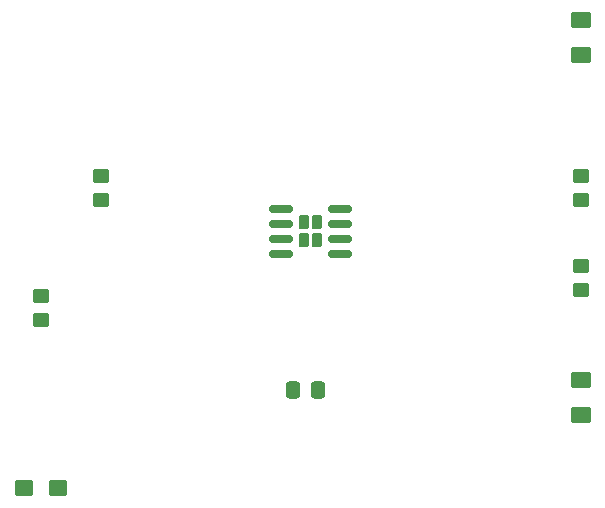
<source format=gbr>
%TF.GenerationSoftware,KiCad,Pcbnew,(6.0.10-0)*%
%TF.CreationDate,2023-02-17T12:21:21-08:00*%
%TF.ProjectId,Exercise 2,45786572-6369-4736-9520-322e6b696361,rev?*%
%TF.SameCoordinates,Original*%
%TF.FileFunction,Paste,Top*%
%TF.FilePolarity,Positive*%
%FSLAX46Y46*%
G04 Gerber Fmt 4.6, Leading zero omitted, Abs format (unit mm)*
G04 Created by KiCad (PCBNEW (6.0.10-0)) date 2023-02-17 12:21:21*
%MOMM*%
%LPD*%
G01*
G04 APERTURE LIST*
G04 Aperture macros list*
%AMRoundRect*
0 Rectangle with rounded corners*
0 $1 Rounding radius*
0 $2 $3 $4 $5 $6 $7 $8 $9 X,Y pos of 4 corners*
0 Add a 4 corners polygon primitive as box body*
4,1,4,$2,$3,$4,$5,$6,$7,$8,$9,$2,$3,0*
0 Add four circle primitives for the rounded corners*
1,1,$1+$1,$2,$3*
1,1,$1+$1,$4,$5*
1,1,$1+$1,$6,$7*
1,1,$1+$1,$8,$9*
0 Add four rect primitives between the rounded corners*
20,1,$1+$1,$2,$3,$4,$5,0*
20,1,$1+$1,$4,$5,$6,$7,0*
20,1,$1+$1,$6,$7,$8,$9,0*
20,1,$1+$1,$8,$9,$2,$3,0*%
G04 Aperture macros list end*
%ADD10RoundRect,0.250001X0.624999X-0.462499X0.624999X0.462499X-0.624999X0.462499X-0.624999X-0.462499X0*%
%ADD11RoundRect,0.230000X-0.230000X-0.375000X0.230000X-0.375000X0.230000X0.375000X-0.230000X0.375000X0*%
%ADD12RoundRect,0.150000X-0.825000X-0.150000X0.825000X-0.150000X0.825000X0.150000X-0.825000X0.150000X0*%
%ADD13RoundRect,0.250000X0.450000X-0.350000X0.450000X0.350000X-0.450000X0.350000X-0.450000X-0.350000X0*%
%ADD14RoundRect,0.250000X-0.450000X0.350000X-0.450000X-0.350000X0.450000X-0.350000X0.450000X0.350000X0*%
%ADD15RoundRect,0.250000X-0.337500X-0.475000X0.337500X-0.475000X0.337500X0.475000X-0.337500X0.475000X0*%
%ADD16RoundRect,0.250000X-0.537500X-0.425000X0.537500X-0.425000X0.537500X0.425000X-0.537500X0.425000X0*%
G04 APERTURE END LIST*
D10*
%TO.C,D2*%
X160020000Y-105627500D03*
X160020000Y-102652500D03*
%TD*%
D11*
%TO.C,U1*%
X137730000Y-89260000D03*
X137730000Y-90760000D03*
X136590000Y-89260000D03*
X136590000Y-90760000D03*
D12*
X134685000Y-88105000D03*
X134685000Y-89375000D03*
X134685000Y-90645000D03*
X134685000Y-91915000D03*
X139635000Y-91915000D03*
X139635000Y-90645000D03*
X139635000Y-89375000D03*
X139635000Y-88105000D03*
%TD*%
D13*
%TO.C,R1*%
X119380000Y-87360000D03*
X119380000Y-85360000D03*
%TD*%
D14*
%TO.C,R2*%
X114300000Y-95520000D03*
X114300000Y-97520000D03*
%TD*%
D15*
%TO.C,C2*%
X135662500Y-103470000D03*
X137737500Y-103470000D03*
%TD*%
D16*
%TO.C,C1*%
X112862500Y-111760000D03*
X115737500Y-111760000D03*
%TD*%
D14*
%TO.C,R4*%
X160020000Y-92980000D03*
X160020000Y-94980000D03*
%TD*%
%TO.C,R3*%
X160020000Y-85360000D03*
X160020000Y-87360000D03*
%TD*%
D10*
%TO.C,D1*%
X160020000Y-75147500D03*
X160020000Y-72172500D03*
%TD*%
M02*

</source>
